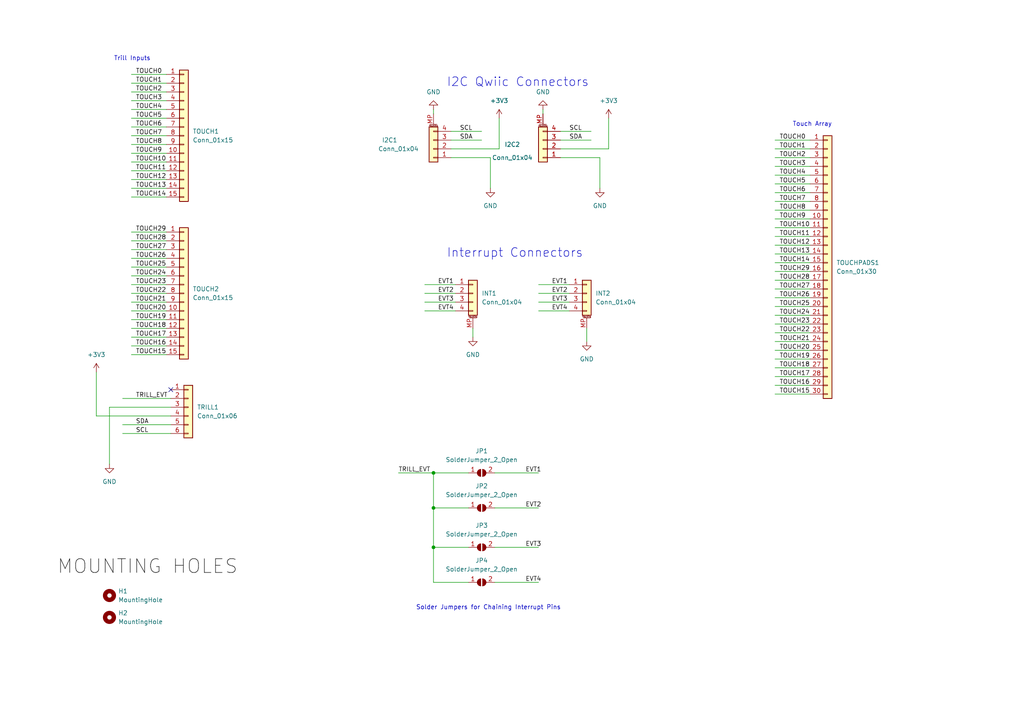
<source format=kicad_sch>
(kicad_sch (version 20230121) (generator eeschema)
  (paper "A4")
  (title_block (title "T-Stick Trill Touch Board vPaper") (date "2023-09") (rev "2") (company "Input Devices and Musical Interaction Lab"))
  (lib_symbols
    (symbol "+3V3_1" (power) (pin_names (offset 0))
      (property "Value" "+3V3_1" (at 0 3.556 0))
      (symbol "+3V3_1_0_1"
        (polyline (pts (xy -0.762 1.27) (xy 0 2.54)))
        (polyline (pts (xy 0 0) (xy 0 2.54)))
        (polyline (pts (xy 0 2.54) (xy 0.762 1.27)))
      )
      (symbol "+3V3_1_1_1"
        (pin power_in line (at 0 0 90) (length 0) hide (name "+3V3") (number "1"))
      )
    )
    (symbol "Connector_Generic:Conn_01x06" (pin_names (offset 1.016) hide)
      (property "Reference" "J" (at 0 7.62 0))
      (property "Value" "Conn_01x06" (at 0 -10.16 0))
      (symbol "Conn_01x06_1_1"
        (rectangle (start -1.27 -7.493) (end 0 -7.747) (stroke (width 0.1524)))
        (rectangle (start -1.27 -4.953) (end 0 -5.207) (stroke (width 0.1524)))
        (rectangle (start -1.27 -2.413) (end 0 -2.667) (stroke (width 0.1524)))
        (rectangle (start -1.27 0.127) (end 0 -0.127) (stroke (width 0.1524)))
        (rectangle (start -1.27 2.667) (end 0 2.413) (stroke (width 0.1524)))
        (rectangle (start -1.27 5.207) (end 0 4.953) (stroke (width 0.1524)))
        (rectangle (start -1.27 6.35) (end 1.27 -8.89) (stroke (width 0.254)) (fill (type background)))
        (pin passive line (at -5.08 5.08 0) (length 3.81) (name "Pin_1") (number "1"))
        (pin passive line (at -5.08 2.54 0) (length 3.81) (name "Pin_2") (number "2"))
        (pin passive line (at -5.08 0 0) (length 3.81) (name "Pin_3") (number "3"))
        (pin passive line (at -5.08 -2.54 0) (length 3.81) (name "Pin_4") (number "4"))
        (pin passive line (at -5.08 -5.08 0) (length 3.81) (name "Pin_5") (number "5"))
        (pin passive line (at -5.08 -7.62 0) (length 3.81) (name "Pin_6") (number "6"))
      )
    )
    (symbol "Connector_Generic:Conn_01x15" (pin_names (offset 1.016) hide)
      (property "Reference" "J" (at 0 20.32 0))
      (property "Value" "Conn_01x15" (at 0 -20.32 0))
      (symbol "Conn_01x15_1_1"
        (rectangle (start -1.27 -17.653) (end 0 -17.907) (stroke (width 0.1524)))
        (rectangle (start -1.27 -15.113) (end 0 -15.367) (stroke (width 0.1524)))
        (rectangle (start -1.27 -12.573) (end 0 -12.827) (stroke (width 0.1524)))
        (rectangle (start -1.27 -10.033) (end 0 -10.287) (stroke (width 0.1524)))
        (rectangle (start -1.27 -7.493) (end 0 -7.747) (stroke (width 0.1524)))
        (rectangle (start -1.27 -4.953) (end 0 -5.207) (stroke (width 0.1524)))
        (rectangle (start -1.27 -2.413) (end 0 -2.667) (stroke (width 0.1524)))
        (rectangle (start -1.27 0.127) (end 0 -0.127) (stroke (width 0.1524)))
        (rectangle (start -1.27 2.667) (end 0 2.413) (stroke (width 0.1524)))
        (rectangle (start -1.27 5.207) (end 0 4.953) (stroke (width 0.1524)))
        (rectangle (start -1.27 7.747) (end 0 7.493) (stroke (width 0.1524)))
        (rectangle (start -1.27 10.287) (end 0 10.033) (stroke (width 0.1524)))
        (rectangle (start -1.27 12.827) (end 0 12.573) (stroke (width 0.1524)))
        (rectangle (start -1.27 15.367) (end 0 15.113) (stroke (width 0.1524)))
        (rectangle (start -1.27 17.907) (end 0 17.653) (stroke (width 0.1524)))
        (rectangle (start -1.27 19.05) (end 1.27 -19.05) (stroke (width 0.254)) (fill (type background)))
        (pin passive line (at -5.08 17.78 0) (length 3.81) (name "Pin_1") (number "1"))
        (pin passive line (at -5.08 -5.08 0) (length 3.81) (name "Pin_10") (number "10"))
        (pin passive line (at -5.08 -7.62 0) (length 3.81) (name "Pin_11") (number "11"))
        (pin passive line (at -5.08 -10.16 0) (length 3.81) (name "Pin_12") (number "12"))
        (pin passive line (at -5.08 -12.7 0) (length 3.81) (name "Pin_13") (number "13"))
        (pin passive line (at -5.08 -15.24 0) (length 3.81) (name "Pin_14") (number "14"))
        (pin passive line (at -5.08 -17.78 0) (length 3.81) (name "Pin_15") (number "15"))
        (pin passive line (at -5.08 15.24 0) (length 3.81) (name "Pin_2") (number "2"))
        (pin passive line (at -5.08 12.7 0) (length 3.81) (name "Pin_3") (number "3"))
        (pin passive line (at -5.08 10.16 0) (length 3.81) (name "Pin_4") (number "4"))
        (pin passive line (at -5.08 7.62 0) (length 3.81) (name "Pin_5") (number "5"))
        (pin passive line (at -5.08 5.08 0) (length 3.81) (name "Pin_6") (number "6"))
        (pin passive line (at -5.08 2.54 0) (length 3.81) (name "Pin_7") (number "7"))
        (pin passive line (at -5.08 0 0) (length 3.81) (name "Pin_8") (number "8"))
        (pin passive line (at -5.08 -2.54 0) (length 3.81) (name "Pin_9") (number "9"))
      )
    )
    (symbol "Connector_Generic:Conn_01x30" (pin_names (offset 1.016) hide)
      (property "Reference" "J" (at 0 38.1 0))
      (property "Value" "Conn_01x30" (at 0 -40.64 0))
      (symbol "Conn_01x30_1_1"
        (rectangle (start -1.27 -37.973) (end 0 -38.227) (stroke (width 0.1524)))
        (rectangle (start -1.27 -35.433) (end 0 -35.687) (stroke (width 0.1524)))
        (rectangle (start -1.27 -32.893) (end 0 -33.147) (stroke (width 0.1524)))
        (rectangle (start -1.27 -30.353) (end 0 -30.607) (stroke (width 0.1524)))
        (rectangle (start -1.27 -27.813) (end 0 -28.067) (stroke (width 0.1524)))
        (rectangle (start -1.27 -25.273) (end 0 -25.527) (stroke (width 0.1524)))
        (rectangle (start -1.27 -22.733) (end 0 -22.987) (stroke (width 0.1524)))
        (rectangle (start -1.27 -20.193) (end 0 -20.447) (stroke (width 0.1524)))
        (rectangle (start -1.27 -17.653) (end 0 -17.907) (stroke (width 0.1524)))
        (rectangle (start -1.27 -15.113) (end 0 -15.367) (stroke (width 0.1524)))
        (rectangle (start -1.27 -12.573) (end 0 -12.827) (stroke (width 0.1524)))
        (rectangle (start -1.27 -10.033) (end 0 -10.287) (stroke (width 0.1524)))
        (rectangle (start -1.27 -7.493) (end 0 -7.747) (stroke (width 0.1524)))
        (rectangle (start -1.27 -4.953) (end 0 -5.207) (stroke (width 0.1524)))
        (rectangle (start -1.27 -2.413) (end 0 -2.667) (stroke (width 0.1524)))
        (rectangle (start -1.27 0.127) (end 0 -0.127) (stroke (width 0.1524)))
        (rectangle (start -1.27 2.667) (end 0 2.413) (stroke (width 0.1524)))
        (rectangle (start -1.27 5.207) (end 0 4.953) (stroke (width 0.1524)))
        (rectangle (start -1.27 7.747) (end 0 7.493) (stroke (width 0.1524)))
        (rectangle (start -1.27 10.287) (end 0 10.033) (stroke (width 0.1524)))
        (rectangle (start -1.27 12.827) (end 0 12.573) (stroke (width 0.1524)))
        (rectangle (start -1.27 15.367) (end 0 15.113) (stroke (width 0.1524)))
        (rectangle (start -1.27 17.907) (end 0 17.653) (stroke (width 0.1524)))
        (rectangle (start -1.27 20.447) (end 0 20.193) (stroke (width 0.1524)))
        (rectangle (start -1.27 22.987) (end 0 22.733) (stroke (width 0.1524)))
        (rectangle (start -1.27 25.527) (end 0 25.273) (stroke (width 0.1524)))
        (rectangle (start -1.27 28.067) (end 0 27.813) (stroke (width 0.1524)))
        (rectangle (start -1.27 30.607) (end 0 30.353) (stroke (width 0.1524)))
        (rectangle (start -1.27 33.147) (end 0 32.893) (stroke (width 0.1524)))
        (rectangle (start -1.27 35.687) (end 0 35.433) (stroke (width 0.1524)))
        (rectangle (start -1.27 36.83) (end 1.27 -39.37) (stroke (width 0.254)) (fill (type background)))
        (pin passive line (at -5.08 35.56 0) (length 3.81) (name "Pin_1") (number "1"))
        (pin passive line (at -5.08 12.7 0) (length 3.81) (name "Pin_10") (number "10"))
        (pin passive line (at -5.08 10.16 0) (length 3.81) (name "Pin_11") (number "11"))
        (pin passive line (at -5.08 7.62 0) (length 3.81) (name "Pin_12") (number "12"))
        (pin passive line (at -5.08 5.08 0) (length 3.81) (name "Pin_13") (number "13"))
        (pin passive line (at -5.08 2.54 0) (length 3.81) (name "Pin_14") (number "14"))
        (pin passive line (at -5.08 0 0) (length 3.81) (name "Pin_15") (number "15"))
        (pin passive line (at -5.08 -2.54 0) (length 3.81) (name "Pin_16") (number "16"))
        (pin passive line (at -5.08 -5.08 0) (length 3.81) (name "Pin_17") (number "17"))
        (pin passive line (at -5.08 -7.62 0) (length 3.81) (name "Pin_18") (number "18"))
        (pin passive line (at -5.08 -10.16 0) (length 3.81) (name "Pin_19") (number "19"))
        (pin passive line (at -5.08 33.02 0) (length 3.81) (name "Pin_2") (number "2"))
        (pin passive line (at -5.08 -12.7 0) (length 3.81) (name "Pin_20") (number "20"))
        (pin passive line (at -5.08 -15.24 0) (length 3.81) (name "Pin_21") (number "21"))
        (pin passive line (at -5.08 -17.78 0) (length 3.81) (name "Pin_22") (number "22"))
        (pin passive line (at -5.08 -20.32 0) (length 3.81) (name "Pin_23") (number "23"))
        (pin passive line (at -5.08 -22.86 0) (length 3.81) (name "Pin_24") (number "24"))
        (pin passive line (at -5.08 -25.4 0) (length 3.81) (name "Pin_25") (number "25"))
        (pin passive line (at -5.08 -27.94 0) (length 3.81) (name "Pin_26") (number "26"))
        (pin passive line (at -5.08 -30.48 0) (length 3.81) (name "Pin_27") (number "27"))
        (pin passive line (at -5.08 -33.02 0) (length 3.81) (name "Pin_28") (number "28"))
        (pin passive line (at -5.08 -35.56 0) (length 3.81) (name "Pin_29") (number "29"))
        (pin passive line (at -5.08 30.48 0) (length 3.81) (name "Pin_3") (number "3"))
        (pin passive line (at -5.08 -38.1 0) (length 3.81) (name "Pin_30") (number "30"))
        (pin passive line (at -5.08 27.94 0) (length 3.81) (name "Pin_4") (number "4"))
        (pin passive line (at -5.08 25.4 0) (length 3.81) (name "Pin_5") (number "5"))
        (pin passive line (at -5.08 22.86 0) (length 3.81) (name "Pin_6") (number "6"))
        (pin passive line (at -5.08 20.32 0) (length 3.81) (name "Pin_7") (number "7"))
        (pin passive line (at -5.08 17.78 0) (length 3.81) (name "Pin_8") (number "8"))
        (pin passive line (at -5.08 15.24 0) (length 3.81) (name "Pin_9") (number "9"))
      )
    )
    (symbol "Connector_Generic_MountingPin:Conn_01x04_MountingPin" (pin_names (offset 1.016) hide)
      (property "Reference" "J" (at 0 5.08 0))
      (property "Value" "Conn_01x04_MountingPin" (at 1.27 -7.62 0))
      (symbol "Conn_01x04_MountingPin_1_1"
        (rectangle (start -1.27 -4.953) (end 0 -5.207) (stroke (width 0.1524)))
        (rectangle (start -1.27 -2.413) (end 0 -2.667) (stroke (width 0.1524)))
        (rectangle (start -1.27 0.127) (end 0 -0.127) (stroke (width 0.1524)))
        (rectangle (start -1.27 2.667) (end 0 2.413) (stroke (width 0.1524)))
        (rectangle (start -1.27 3.81) (end 1.27 -6.35) (stroke (width 0.254)) (fill (type background)))
        (polyline (pts (xy -1.016 -7.112) (xy 1.016 -7.112)) (stroke (width 0.1524)))
        (text "Mounting" (at 0 -6.731 0) (effects (font (size 0.381 0.381))))
        (pin passive line (at -5.08 2.54 0) (length 3.81) (name "Pin_1") (number "1"))
        (pin passive line (at -5.08 0 0) (length 3.81) (name "Pin_2") (number "2"))
        (pin passive line (at -5.08 -2.54 0) (length 3.81) (name "Pin_3") (number "3"))
        (pin passive line (at -5.08 -5.08 0) (length 3.81) (name "Pin_4") (number "4"))
        (pin passive line (at 0 -10.16 90) (length 3.048) (name "MountPin") (number "MP"))
      )
    )
    (symbol "GND_1" (power) (pin_names (offset 0))
      (property "Value" "GND_1" (at 0 -3.81 0))
      (symbol "GND_1_0_1"
        (polyline (pts (xy 0 0) (xy 0 -1.27) (xy 1.27 -1.27) (xy 0 -2.54) (xy -1.27 -1.27) (xy 0 -1.27)))
      )
      (symbol "GND_1_1_1"
        (pin power_in line (at 0 0 270) (length 0) hide (name "GND") (number "1"))
      )
    )
    (symbol "Jumper:SolderJumper_2_Open" (pin_names (offset 0) hide)
      (property "Reference" "JP" (at 0 2.032 0))
      (property "Value" "SolderJumper_2_Open" (at 0 -2.54 0))
      (symbol "SolderJumper_2_Open_0_1"
        (arc (start -0.254 1.016) (mid -1.2656 0) (end -0.254 -1.016))
        (arc (start -0.254 1.016) (mid -1.2656 0) (end -0.254 -1.016) (fill (type outline)))
        (polyline (pts (xy -0.254 1.016) (xy -0.254 -1.016)))
        (polyline (pts (xy 0.254 1.016) (xy 0.254 -1.016)))
        (arc (start 0.254 -1.016) (mid 1.2656 0) (end 0.254 1.016))
        (arc (start 0.254 -1.016) (mid 1.2656 0) (end 0.254 1.016) (fill (type outline)))
      )
      (symbol "SolderJumper_2_Open_1_1"
        (pin passive line (at -3.81 0 0) (length 2.54) (name "A") (number "1"))
        (pin passive line (at 3.81 0 180) (length 2.54) (name "B") (number "2"))
      )
    )
    (symbol "Mechanical:MountingHole" (pin_names (offset 1.016))
      (property "Reference" "H" (at 0 5.08 0))
      (property "Value" "MountingHole" (at 0 3.175 0))
      (symbol "MountingHole_0_1"
        (circle (center 0 0) (radius 1.27) (stroke (width 1.27)))
      )
    )
    (symbol "power:+3V3" (power) (pin_names (offset 0))
      (property "Value" "+3V3" (at 0 3.556 0))
      (symbol "+3V3_0_1"
        (polyline (pts (xy -0.762 1.27) (xy 0 2.54)))
        (polyline (pts (xy 0 0) (xy 0 2.54)))
        (polyline (pts (xy 0 2.54) (xy 0.762 1.27)))
      )
      (symbol "+3V3_1_1"
        (pin power_in line (at 0 0 90) (length 0) hide (name "+3V3") (number "1"))
      )
    )
    (symbol "power:GND" (power) (pin_names (offset 0))
      (property "Value" "GND" (at 0 -3.81 0))
      (symbol "GND_0_1"
        (polyline (pts (xy 0 0) (xy 0 -1.27) (xy 1.27 -1.27) (xy 0 -2.54) (xy -1.27 -1.27) (xy 0 -1.27)))
      )
      (symbol "GND_1_1"
        (pin power_in line (at 0 0 270) (length 0) hide (name "GND") (number "1"))
      )
    )
  )
  (junction (at 125.73 137.16))
  (junction (at 125.73 147.32))
  (junction (at 125.73 158.75))
  (no_connect (at 49.53 113.03))
  (wire (pts (xy 123.19 87.63) (xy 132.08 87.63)))
  (wire (pts (xy 38.1 92.71) (xy 48.26 92.71)))
  (wire (pts (xy 38.1 52.07) (xy 48.26 52.07)))
  (wire (pts (xy 224.79 45.72) (xy 234.95 45.72)))
  (wire (pts (xy 224.79 71.12) (xy 234.95 71.12)))
  (wire (pts (xy 135.89 158.75) (xy 125.73 158.75)))
  (wire (pts (xy 27.94 107.95) (xy 27.94 120.65)))
  (wire (pts (xy 125.73 137.16) (xy 135.89 137.16)))
  (wire (pts (xy 123.19 85.09) (xy 132.08 85.09)))
  (wire (pts (xy 38.1 34.29) (xy 48.26 34.29)))
  (wire (pts (xy 224.79 104.14) (xy 234.95 104.14)))
  (wire (pts (xy 130.81 38.1) (xy 139.7 38.1)))
  (wire (pts (xy 125.73 137.16) (xy 125.73 147.32)))
  (wire (pts (xy 173.99 45.72) (xy 173.99 54.61)))
  (wire (pts (xy 162.56 38.1) (xy 171.45 38.1)))
  (wire (pts (xy 38.1 31.75) (xy 48.26 31.75)))
  (wire (pts (xy 38.1 72.39) (xy 48.26 72.39)))
  (wire (pts (xy 162.56 40.64) (xy 171.45 40.64)))
  (wire (pts (xy 176.53 34.29) (xy 176.53 43.18)))
  (wire (pts (xy 38.1 87.63) (xy 48.26 87.63)))
  (wire (pts (xy 35.56 115.57) (xy 49.53 115.57)))
  (wire (pts (xy 123.19 82.55) (xy 132.08 82.55)))
  (wire (pts (xy 38.1 57.15) (xy 48.26 57.15)))
  (wire (pts (xy 38.1 46.99) (xy 48.26 46.99)))
  (wire (pts (xy 224.79 86.36) (xy 234.95 86.36)))
  (wire (pts (xy 224.79 40.64) (xy 234.95 40.64)))
  (wire (pts (xy 224.79 111.76) (xy 234.95 111.76)))
  (wire (pts (xy 38.1 39.37) (xy 48.26 39.37)))
  (wire (pts (xy 224.79 43.18) (xy 234.95 43.18)))
  (wire (pts (xy 38.1 29.21) (xy 48.26 29.21)))
  (wire (pts (xy 38.1 102.87) (xy 48.26 102.87)))
  (wire (pts (xy 135.89 168.91) (xy 125.73 168.91)))
  (wire (pts (xy 125.73 158.75) (xy 125.73 168.91)))
  (wire (pts (xy 31.75 118.11) (xy 49.53 118.11)))
  (wire (pts (xy 38.1 95.25) (xy 48.26 95.25)))
  (wire (pts (xy 35.56 125.73) (xy 49.53 125.73)))
  (wire (pts (xy 38.1 85.09) (xy 48.26 85.09)))
  (wire (pts (xy 130.81 40.64) (xy 139.7 40.64)))
  (wire (pts (xy 156.21 85.09) (xy 165.1 85.09)))
  (wire (pts (xy 115.57 137.16) (xy 125.73 137.16)))
  (wire (pts (xy 38.1 24.13) (xy 48.26 24.13)))
  (wire (pts (xy 38.1 80.01) (xy 48.26 80.01)))
  (wire (pts (xy 143.51 147.32) (xy 156.21 147.32)))
  (wire (pts (xy 38.1 36.83) (xy 48.26 36.83)))
  (wire (pts (xy 224.79 63.5) (xy 234.95 63.5)))
  (wire (pts (xy 38.1 21.59) (xy 48.26 21.59)))
  (wire (pts (xy 38.1 67.31) (xy 48.26 67.31)))
  (wire (pts (xy 224.79 48.26) (xy 234.95 48.26)))
  (wire (pts (xy 224.79 60.96) (xy 234.95 60.96)))
  (wire (pts (xy 224.79 101.6) (xy 234.95 101.6)))
  (wire (pts (xy 38.1 44.45) (xy 48.26 44.45)))
  (wire (pts (xy 224.79 91.44) (xy 234.95 91.44)))
  (wire (pts (xy 224.79 93.98) (xy 234.95 93.98)))
  (wire (pts (xy 38.1 54.61) (xy 48.26 54.61)))
  (wire (pts (xy 156.21 90.17) (xy 165.1 90.17)))
  (wire (pts (xy 224.79 99.06) (xy 234.95 99.06)))
  (wire (pts (xy 143.51 137.16) (xy 156.21 137.16)))
  (wire (pts (xy 38.1 90.17) (xy 48.26 90.17)))
  (wire (pts (xy 224.79 68.58) (xy 234.95 68.58)))
  (wire (pts (xy 224.79 50.8) (xy 234.95 50.8)))
  (wire (pts (xy 35.56 123.19) (xy 49.53 123.19)))
  (wire (pts (xy 130.81 43.18) (xy 144.78 43.18)))
  (wire (pts (xy 125.73 147.32) (xy 125.73 158.75)))
  (wire (pts (xy 224.79 83.82) (xy 234.95 83.82)))
  (wire (pts (xy 156.21 82.55) (xy 165.1 82.55)))
  (wire (pts (xy 38.1 49.53) (xy 48.26 49.53)))
  (wire (pts (xy 224.79 73.66) (xy 234.95 73.66)))
  (wire (pts (xy 135.89 147.32) (xy 125.73 147.32)))
  (wire (pts (xy 224.79 109.22) (xy 234.95 109.22)))
  (wire (pts (xy 224.79 55.88) (xy 234.95 55.88)))
  (wire (pts (xy 125.73 31.75) (xy 125.73 33.02)))
  (wire (pts (xy 38.1 41.91) (xy 48.26 41.91)))
  (wire (pts (xy 224.79 66.04) (xy 234.95 66.04)))
  (wire (pts (xy 162.56 43.18) (xy 176.53 43.18)))
  (wire (pts (xy 143.51 168.91) (xy 156.21 168.91)))
  (wire (pts (xy 27.94 120.65) (xy 49.53 120.65)))
  (wire (pts (xy 224.79 88.9) (xy 234.95 88.9)))
  (wire (pts (xy 38.1 74.93) (xy 48.26 74.93)))
  (wire (pts (xy 224.79 106.68) (xy 234.95 106.68)))
  (wire (pts (xy 137.16 97.79) (xy 137.16 95.25)))
  (wire (pts (xy 38.1 100.33) (xy 48.26 100.33)))
  (wire (pts (xy 143.51 158.75) (xy 156.21 158.75)))
  (wire (pts (xy 38.1 77.47) (xy 48.26 77.47)))
  (wire (pts (xy 38.1 97.79) (xy 48.26 97.79)))
  (wire (pts (xy 224.79 114.3) (xy 234.95 114.3)))
  (wire (pts (xy 38.1 82.55) (xy 48.26 82.55)))
  (wire (pts (xy 38.1 69.85) (xy 48.26 69.85)))
  (wire (pts (xy 130.81 45.72) (xy 142.24 45.72)))
  (wire (pts (xy 224.79 96.52) (xy 234.95 96.52)))
  (wire (pts (xy 224.79 53.34) (xy 234.95 53.34)))
  (wire (pts (xy 142.24 45.72) (xy 142.24 54.61)))
  (wire (pts (xy 224.79 78.74) (xy 234.95 78.74)))
  (wire (pts (xy 162.56 45.72) (xy 173.99 45.72)))
  (wire (pts (xy 123.19 90.17) (xy 132.08 90.17)))
  (wire (pts (xy 31.75 118.11) (xy 31.75 134.62)))
  (wire (pts (xy 224.79 81.28) (xy 234.95 81.28)))
  (wire (pts (xy 38.1 26.67) (xy 48.26 26.67)))
  (wire (pts (xy 157.48 31.75) (xy 157.48 33.02)))
  (wire (pts (xy 156.21 87.63) (xy 165.1 87.63)))
  (wire (pts (xy 170.18 99.06) (xy 170.18 95.25)))
  (wire (pts (xy 224.79 76.2) (xy 234.95 76.2)))
  (wire (pts (xy 144.78 34.29) (xy 144.78 43.18)))
  (wire (pts (xy 224.79 58.42) (xy 234.95 58.42)))
  (text "Touch Array\n" (at 229.87 36.83 0) (effects (font (size 1.27 1.27)) (justify left bottom)))
  (text "Interrupt Connectors" (at 129.54 74.93 0) (effects (font (size 2.54 2.54)) (justify left bottom)))
  (text "Trill Inputs" (at 33.02 17.78 0) (effects (font (size 1.27 1.27)) (justify left bottom)))
  (text "Solder Jumpers for Chaining Interrupt Pins\n\n" (at 120.65 179.07 0) (effects (font (size 1.27 1.27)) (justify left bottom)))
  (text "I2C Qwiic Connectors" (at 129.54 25.4 0) (effects (font (size 2.54 2.54)) (justify left bottom)))
  (label "TOUCH0" (at 226.06 40.64 0))
  (label "TOUCH13" (at 39.37 54.61 0))
  (label "EVT1" (at 160.02 82.55 0))
  (label "TOUCH7" (at 39.37 39.37 0))
  (label "TRILL_EVT" (at 39.37 115.57 0))
  (label "TOUCH9" (at 39.37 44.45 0))
  (label "TOUCH14" (at 39.37 57.15 0))
  (label "MOUNTING HOLES" (at 16.51 167.64 0) (effects (font (size 4 4))))
  (label "SDA" (at 165.1 40.64 0))
  (label "TOUCH26" (at 226.06 86.36 0))
  (label "TOUCH20" (at 39.37 90.17 0))
  (label "SCL" (at 133.35 38.1 0))
  (label "TOUCH27" (at 39.37 72.39 0))
  (label "TOUCH28" (at 39.37 69.85 0))
  (label "EVT2" (at 127 85.09 0))
  (label "TOUCH6" (at 226.06 55.88 0))
  (label "TOUCH2" (at 226.06 45.72 0))
  (label "TOUCH21" (at 226.06 99.06 0))
  (label "TOUCH0" (at 39.37 21.59 0))
  (label "SCL" (at 165.1 38.1 0))
  (label "TOUCH29" (at 39.37 67.31 0))
  (label "EVT4" (at 152.4 168.91 0))
  (label "SDA" (at 39.37 123.19 0))
  (label "TOUCH16" (at 39.37 100.33 0))
  (label "TOUCH24" (at 39.37 80.01 0))
  (label "TOUCH10" (at 226.06 66.04 0))
  (label "TOUCH25" (at 226.06 88.9 0))
  (label "EVT1" (at 127 82.55 0))
  (label "EVT4" (at 127 90.17 0))
  (label "TOUCH28" (at 226.06 81.28 0))
  (label "TOUCH22" (at 226.06 96.52 0))
  (label "TOUCH25" (at 39.37 77.47 0))
  (label "TOUCH13" (at 226.06 73.66 0))
  (label "TOUCH4" (at 226.06 50.8 0))
  (label "TOUCH26" (at 39.37 74.93 0))
  (label "TOUCH5" (at 39.37 34.29 0))
  (label "TOUCH21" (at 39.37 87.63 0))
  (label "TOUCH7" (at 226.06 58.42 0))
  (label "TOUCH9" (at 226.06 63.5 0))
  (label "TOUCH15" (at 39.37 102.87 0))
  (label "TOUCH17" (at 39.37 97.79 0))
  (label "TOUCH17" (at 226.06 109.22 0))
  (label "TOUCH1" (at 39.37 24.13 0))
  (label "TOUCH22" (at 39.37 85.09 0))
  (label "TOUCH23" (at 39.37 82.55 0))
  (label "TOUCH19" (at 39.37 92.71 0))
  (label "EVT3" (at 127 87.63 0))
  (label "TOUCH5" (at 226.06 53.34 0))
  (label "EVT3" (at 152.4 158.75 0))
  (label "TOUCH1" (at 226.06 43.18 0))
  (label "SCL" (at 39.37 125.73 0))
  (label "EVT1" (at 152.4 137.16 0))
  (label "TOUCH12" (at 39.37 52.07 0))
  (label "TOUCH18" (at 39.37 95.25 0))
  (label "TOUCH16" (at 226.06 111.76 0))
  (label "TRILL_EVT" (at 115.57 137.16 0))
  (label "TOUCH27" (at 226.06 83.82 0))
  (label "TOUCH10" (at 39.37 46.99 0))
  (label "TOUCH15" (at 226.06 114.3 0))
  (label "TOUCH8" (at 226.06 60.96 0))
  (label "EVT3" (at 160.02 87.63 0))
  (label "SDA" (at 133.35 40.64 0))
  (label "EVT2" (at 160.02 85.09 0))
  (label "TOUCH19" (at 226.06 104.14 0))
  (label "TOUCH11" (at 39.37 49.53 0))
  (label "TOUCH6" (at 39.37 36.83 0))
  (label "EVT2" (at 152.4 147.32 0))
  (label "TOUCH23" (at 226.06 93.98 0))
  (label "TOUCH11" (at 226.06 68.58 0))
  (label "TOUCH12" (at 226.06 71.12 0))
  (label "TOUCH2" (at 39.37 26.67 0))
  (label "TOUCH4" (at 39.37 31.75 0))
  (label "EVT4" (at 160.02 90.17 0))
  (label "TOUCH24" (at 226.06 91.44 0))
  (label "TOUCH3" (at 226.06 48.26 0))
  (label "TOUCH20" (at 226.06 101.6 0))
  (label "TOUCH14" (at 226.06 76.2 0))
  (label "TOUCH3" (at 39.37 29.21 0))
  (label "TOUCH18" (at 226.06 106.68 0))
  (label "TOUCH8" (at 39.37 41.91 0))
  (label "TOUCH29" (at 226.06 78.74 0))
  (symbol (lib_id "Connector_Generic_MountingPin:Conn_01x04_MountingPin") (at 157.48 43.18 180) (unit 1)
    (property "Reference" "I2C2" (at 148.59 41.91 0))
    (property "Value" "Conn_01x04" (at 148.59 45.72 0))
    (property "Footprint" "Connector_JST:JST_SH_SM04B-SRSS-TB_1x04-1MP_P1.00mm_Horizontal" (effects hide))
    (property "Description Value Pkg" "Connector Header Surface Mount, Right Angle 4 position 0.039\" (1.00mm)" (effects hide))
    (property "Mfg Part #" "SM04B-SRSS-TB" (effects hide))
    (property "Digikey Part #" "455-SM04B-SRSS-TBCT-ND" (effects hide))
  )
  (symbol (lib_id "Connector_Generic:Conn_01x15") (at 53.34 85.09 0) (unit 1)
    (property "Reference" "TOUCH2" (at 55.88 83.82 0) (effects (justify left)))
    (property "Value" "Conn_01x15" (at 55.88 86.36 0) (effects (justify left)))
    (property "Footprint" "Connector_PinHeader_2.54mm:PinHeader_1x15_P2.54mm_Vertical_SMD_Pin1Left" (effects hide))
  )
  (symbol (lib_id "Connector_Generic:Conn_01x30") (at 240.03 76.2 0) (unit 1) (in_bom no)
    (property "Reference" "TOUCHPADS1" (at 242.57 76.2 0) (effects (justify left)))
    (property "Value" "Conn_01x30" (at 242.57 78.74 0) (effects (justify left)))
    (property "Footprint" "touch-sensors:TOUCHSENSORPAD" (effects hide))
  )
  (symbol (lib_name "GND_1") (lib_id "power:GND") (at 157.48 31.75 180) (unit 1)
    (property "Reference" "#PWR017" (effects hide))
    (property "Value" "GND" (at 157.48 26.67 0))
  )
  (symbol (lib_name "GND_1") (lib_id "power:GND") (at 173.99 54.61 0) (unit 1)
    (property "Reference" "#PWR01" (effects hide))
    (property "Value" "GND" (at 173.99 59.69 0))
  )
  (symbol (lib_id "power:GND") (at 31.75 134.62 0) (unit 1)
    (property "Reference" "#PWR02" (effects hide))
    (property "Value" "GND" (at 31.75 139.7 0))
  )
  (symbol (lib_id "Mechanical:MountingHole") (at 31.75 172.72 0) (unit 1) (in_bom no)
    (property "Reference" "H1" (at 34.29 171.45 0) (effects (justify left)))
    (property "Value" "MountingHole" (at 34.29 173.99 0) (effects (justify left)))
    (property "Footprint" "MountingHole:MountingHole_3.2mm_M3_DIN965" (effects hide))
  )
  (symbol (lib_id "Jumper:SolderJumper_2_Open") (at 139.7 137.16 0) (unit 1)
    (property "Reference" "JP1" (at 139.7 130.81 0))
    (property "Value" "SolderJumper_2_Open" (at 139.7 133.35 0))
    (property "Footprint" "Jumper:SolderJumper-2_P1.3mm_Open_RoundedPad1.0x1.5mm" (effects hide))
  )
  (symbol (lib_name "+3V3_1") (lib_id "power:+3V3") (at 144.78 34.29 0) (unit 1)
    (property "Reference" "#PWR016" (effects hide))
    (property "Value" "+3V3" (at 144.78 29.21 0))
  )
  (symbol (lib_name "GND_1") (lib_id "power:GND") (at 142.24 54.61 0) (unit 1)
    (property "Reference" "#PWR015" (effects hide))
    (property "Value" "GND" (at 142.24 59.69 0))
  )
  (symbol (lib_id "Connector_Generic_MountingPin:Conn_01x04_MountingPin") (at 125.73 43.18 180) (unit 1)
    (property "Reference" "I2C1" (at 113.03 40.64 0))
    (property "Value" "Conn_01x04" (at 115.57 43.18 0))
    (property "Footprint" "Connector_JST:JST_SH_SM04B-SRSS-TB_1x04-1MP_P1.00mm_Horizontal" (effects hide))
    (property "Description Value Pkg" "Connector Header Surface Mount, Right Angle 4 position 0.039\" (1.00mm)" (effects hide))
    (property "Mfg Part #" "SM04B-SRSS-TB" (effects hide))
    (property "Digikey Part #" "455-SM04B-SRSS-TBCT-ND" (effects hide))
  )
  (symbol (lib_id "Jumper:SolderJumper_2_Open") (at 139.7 168.91 0) (unit 1)
    (property "Reference" "JP4" (at 139.7 162.56 0))
    (property "Value" "SolderJumper_2_Open" (at 139.7 165.1 0))
    (property "Footprint" "Jumper:SolderJumper-2_P1.3mm_Open_RoundedPad1.0x1.5mm" (effects hide))
  )
  (symbol (lib_name "GND_1") (lib_id "power:GND") (at 170.18 99.06 0) (unit 1)
    (property "Reference" "#PWR010" (effects hide))
    (property "Value" "GND" (at 170.18 104.14 0))
  )
  (symbol (lib_id "Connector_Generic:Conn_01x15") (at 53.34 39.37 0) (unit 1)
    (property "Reference" "TOUCH1" (at 55.88 38.1 0) (effects (justify left)))
    (property "Value" "Conn_01x15" (at 55.88 40.64 0) (effects (justify left)))
    (property "Footprint" "Connector_PinHeader_2.54mm:PinHeader_1x15_P2.54mm_Vertical_SMD_Pin1Left" (effects hide))
  )
  (symbol (lib_name "+3V3_1") (lib_id "power:+3V3") (at 176.53 34.29 0) (unit 1)
    (property "Reference" "#PWR02" (effects hide))
    (property "Value" "+3V3" (at 176.53 29.21 0))
  )
  (symbol (lib_name "GND_1") (lib_id "power:GND") (at 137.16 97.79 0) (unit 1)
    (property "Reference" "#PWR09" (effects hide))
    (property "Value" "GND" (at 137.16 102.87 0))
  )
  (symbol (lib_id "Connector_Generic_MountingPin:Conn_01x04_MountingPin") (at 170.18 85.09 0) (unit 1)
    (property "Reference" "INT2" (at 172.72 85.09 0) (effects (justify left)))
    (property "Value" "Conn_01x04" (at 172.72 87.63 0) (effects (justify left)))
    (property "Footprint" "Connector_JST:JST_SH_SM04B-SRSS-TB_1x04-1MP_P1.00mm_Horizontal" (effects hide))
    (property "Description Value Pkg" "Connector Header Surface Mount, Right Angle 4 position 0.039\" (1.00mm)" (effects hide))
    (property "Mfg Part #" "SM04B-SRSS-TB" (effects hide))
    (property "Digikey Part #" "455-SM04B-SRSS-TBCT-ND" (effects hide))
  )
  (symbol (lib_id "power:+3V3") (at 27.94 107.95 0) (unit 1)
    (property "Reference" "#PWR01" (effects hide))
    (property "Value" "+3V3" (at 27.94 102.87 0))
  )
  (symbol (lib_id "Connector_Generic:Conn_01x06") (at 54.61 118.11 0) (unit 1)
    (property "Reference" "TRILL1" (at 57.15 118.11 0) (effects (justify left)))
    (property "Value" "Conn_01x06" (at 57.15 120.65 0) (effects (justify left)))
    (property "Footprint" "Connector_PinHeader_2.54mm:PinHeader_1x06_P2.54mm_Vertical_SMD_Pin1Left" (effects hide))
  )
  (symbol (lib_id "Jumper:SolderJumper_2_Open") (at 139.7 147.32 0) (unit 1)
    (property "Reference" "JP2" (at 139.7 140.97 0))
    (property "Value" "SolderJumper_2_Open" (at 139.7 143.51 0))
    (property "Footprint" "Jumper:SolderJumper-2_P1.3mm_Open_RoundedPad1.0x1.5mm" (effects hide))
  )
  (symbol (lib_name "GND_1") (lib_id "power:GND") (at 125.73 31.75 180) (unit 1)
    (property "Reference" "#PWR018" (effects hide))
    (property "Value" "GND" (at 125.73 26.67 0))
  )
  (symbol (lib_id "Connector_Generic_MountingPin:Conn_01x04_MountingPin") (at 137.16 85.09 0) (unit 1)
    (property "Reference" "INT1" (at 139.7 85.09 0) (effects (justify left)))
    (property "Value" "Conn_01x04" (at 139.7 87.63 0) (effects (justify left)))
    (property "Footprint" "Connector_JST:JST_SH_SM04B-SRSS-TB_1x04-1MP_P1.00mm_Horizontal" (effects hide))
    (property "Description Value Pkg" "Connector Header Surface Mount, Right Angle 4 position 0.039\" (1.00mm)" (effects hide))
    (property "Mfg Part #" "SM04B-SRSS-TB" (effects hide))
    (property "Digikey Part #" "455-SM04B-SRSS-TBCT-ND" (effects hide))
  )
  (symbol (lib_id "Jumper:SolderJumper_2_Open") (at 139.7 158.75 0) (unit 1)
    (property "Reference" "JP3" (at 139.7 152.4 0))
    (property "Value" "SolderJumper_2_Open" (at 139.7 154.94 0))
    (property "Footprint" "Jumper:SolderJumper-2_P1.3mm_Open_RoundedPad1.0x1.5mm" (effects hide))
  )
  (symbol (lib_id "Mechanical:MountingHole") (at 31.75 179.07 0) (unit 1) (in_bom no)
    (property "Reference" "H2" (at 34.29 177.7999 0) (effects (justify left)))
    (property "Value" "MountingHole" (at 34.29 180.3399 0) (effects (justify left)))
    (property "Footprint" "MountingHole:MountingHole_3.2mm_M3_DIN965" (effects hide))
  )
)
</source>
